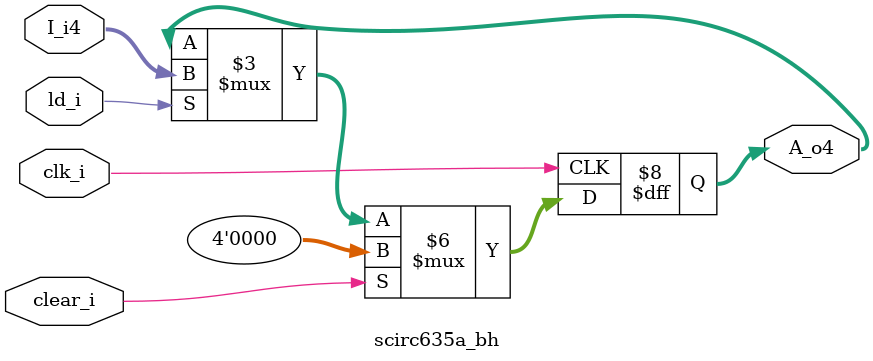
<source format=v>

module scirc635a_bh (
    // OUTPUTS
    output reg [3:0] A_o4

    // INPUTS
    ,input [3:0] I_i4
    ,input ld_i
    ,input clear_i
    ,input clk_i
    );


    always @(posedge clk_i)
        if (clear_i) A_o4 <= 4'b0000;
        else if (ld_i) A_o4 <= I_i4;
        else A_o4 <= A_o4;
endmodule

</source>
